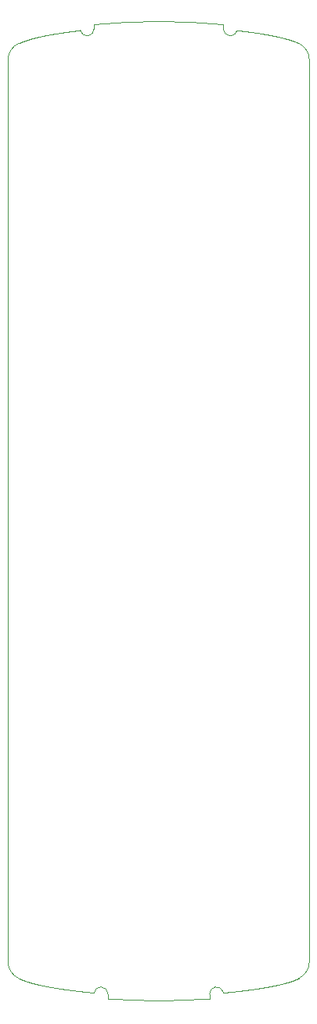
<source format=gm1>
G04*
G04 #@! TF.GenerationSoftware,Altium Limited,Altium Designer,21.9.2 (33)*
G04*
G04 Layer_Color=16711935*
%FSLAX25Y25*%
%MOIN*%
G70*
G04*
G04 #@! TF.SameCoordinates,38B2C1F3-0FCD-4184-AA18-E5AB633A714F*
G04*
G04*
G04 #@! TF.FilePolarity,Positive*
G04*
G01*
G75*
%ADD12C,0.00394*%
D12*
X861985Y607093D02*
G03*
X905292Y607093I21654J284573D01*
G01*
X911197Y1022003D02*
G03*
X856079Y1022003I-27559J-283094D01*
G01*
X947811Y1006937D02*
G03*
X943266Y1014073I-7874J0D01*
G01*
X943264Y615947D02*
G03*
X947811Y623084I-3327J7137D01*
G01*
X819465Y623084D02*
G03*
X824012Y615947I7874J0D01*
G01*
X824009Y1014073D02*
G03*
X819465Y1006937I3330J-7135D01*
G01*
X850238Y1019589D02*
G03*
X850274Y1019437I2935J624D01*
G01*
X850274D02*
G03*
X850334Y1019240I2869J767D01*
G01*
D02*
G03*
X853592Y1017286I2792J963D01*
G01*
D02*
G03*
X853740Y1017314I-476J2963D01*
G01*
X853740D02*
G03*
X853985Y1017377I-618J2908D01*
G01*
D02*
G03*
X856079Y1020202I-859J2825D01*
G01*
X911197Y1020202D02*
G03*
X911201Y1020047I3001J-0D01*
G01*
Y1020047D02*
G03*
X911219Y1019841I2966J154D01*
G01*
X911219Y1019841D02*
G03*
X913999Y1017253I2931J362D01*
G01*
D02*
G03*
X914150Y1017250I151J2998D01*
G01*
D02*
G03*
X914403Y1017260I0J2973D01*
G01*
D02*
G03*
X917038Y1019589I-253J2942D01*
G01*
X911153Y609823D02*
G03*
X911122Y609976I-2956J-519D01*
G01*
X911122D02*
G03*
X911069Y610175I-2895J-664D01*
G01*
X911069Y610175D02*
G03*
X907883Y612243I-2825J-863D01*
G01*
X907883D02*
G03*
X907734Y612221I370J-2978D01*
G01*
D02*
G03*
X907508Y612172I515J-2932D01*
G01*
Y612172D02*
G03*
X905292Y609317I736J-2860D01*
G01*
D02*
G03*
X905292Y609312I2993J-4D01*
G01*
X861985D02*
G03*
X861981Y609468I-3001J0D01*
G01*
D02*
G03*
X861963Y609674I-2966J-154D01*
G01*
X861963Y609674D02*
G03*
X859182Y612261I-2931J-362D01*
G01*
D02*
G03*
X859032Y612265I-151J-2998D01*
G01*
D02*
G03*
X858801Y612256I-0J-2977D01*
G01*
D02*
G03*
X856124Y609827I231J-2944D01*
G01*
X819465Y623084D02*
Y1006937D01*
X856079Y1020202D02*
Y1022003D01*
X861985Y607093D02*
Y609312D01*
X905292Y607093D02*
Y609312D01*
X911197Y1020202D02*
Y1022003D01*
X947811Y623084D02*
Y1006937D01*
X856124Y609823D02*
X856124Y609827D01*
X943227Y1014091D02*
X943266Y1014073D01*
X943189Y1014109D02*
X943227Y1014091D01*
X943150Y1014127D02*
X943189Y1014109D01*
X943111Y1014145D02*
X943150Y1014127D01*
X943072Y1014163D02*
X943111Y1014145D01*
X943032Y1014181D02*
X943072Y1014163D01*
X942992Y1014199D02*
X943032Y1014181D01*
X942978Y1014205D02*
X942992Y1014199D01*
X942896Y1014242D02*
X942978Y1014205D01*
X942821Y1014275D02*
X942896Y1014242D01*
X942749Y1014307D02*
X942821Y1014275D01*
X942682Y1014336D02*
X942749Y1014307D01*
X942616Y1014364D02*
X942682Y1014336D01*
X942554Y1014391D02*
X942616Y1014364D01*
X942493Y1014417D02*
X942554Y1014391D01*
X942435Y1014441D02*
X942493Y1014417D01*
X942378Y1014465D02*
X942435Y1014441D01*
X942322Y1014488D02*
X942378Y1014465D01*
X942268Y1014511D02*
X942322Y1014488D01*
X942215Y1014533D02*
X942268Y1014511D01*
X942163Y1014554D02*
X942215Y1014533D01*
X942112Y1014575D02*
X942163Y1014554D01*
X942062Y1014595D02*
X942112Y1014575D01*
X942013Y1014615D02*
X942062Y1014595D01*
X941992Y1014623D02*
X942013Y1014615D01*
X941941Y1014644D02*
X941992Y1014623D01*
X941891Y1014663D02*
X941941Y1014644D01*
X941842Y1014683D02*
X941891Y1014663D01*
X941793Y1014702D02*
X941842Y1014683D01*
X941746Y1014720D02*
X941793Y1014702D01*
X941699Y1014738D02*
X941746Y1014720D01*
X941654Y1014756D02*
X941699Y1014738D01*
X941608Y1014774D02*
X941654Y1014756D01*
X941562Y1014791D02*
X941608Y1014774D01*
X941518Y1014808D02*
X941562Y1014791D01*
X941474Y1014825D02*
X941518Y1014808D01*
X941430Y1014841D02*
X941474Y1014825D01*
X941388Y1014857D02*
X941430Y1014841D01*
X941345Y1014873D02*
X941388Y1014857D01*
X941303Y1014889D02*
X941345Y1014873D01*
X941261Y1014904D02*
X941303Y1014889D01*
X941220Y1014920D02*
X941261Y1014904D01*
X941179Y1014935D02*
X941220Y1014920D01*
X941137Y1014950D02*
X941179Y1014935D01*
X941096Y1014965D02*
X941137Y1014950D01*
X941056Y1014980D02*
X941096Y1014965D01*
X941016Y1014994D02*
X941056Y1014980D01*
X940976Y1015009D02*
X941016Y1014994D01*
X940936Y1015023D02*
X940976Y1015009D01*
X940904Y1015034D02*
X940936Y1015023D01*
X940834Y1015060D02*
X940904Y1015034D01*
X940766Y1015084D02*
X940834Y1015060D01*
X940699Y1015107D02*
X940766Y1015084D01*
X940635Y1015130D02*
X940699Y1015107D01*
X940571Y1015152D02*
X940635Y1015130D01*
X940508Y1015174D02*
X940571Y1015152D01*
X940447Y1015195D02*
X940508Y1015174D01*
X940387Y1015215D02*
X940447Y1015195D01*
X940327Y1015236D02*
X940387Y1015215D01*
X940268Y1015256D02*
X940327Y1015236D01*
X940211Y1015275D02*
X940268Y1015256D01*
X940154Y1015294D02*
X940211Y1015275D01*
X940096Y1015314D02*
X940154Y1015294D01*
X940040Y1015332D02*
X940096Y1015314D01*
X939984Y1015351D02*
X940040Y1015332D01*
X939929Y1015369D02*
X939984Y1015351D01*
X939874Y1015387D02*
X939929Y1015369D01*
X939819Y1015405D02*
X939874Y1015387D01*
X939764Y1015422D02*
X939819Y1015405D01*
X939710Y1015440D02*
X939764Y1015422D01*
X939680Y1015450D02*
X939710Y1015440D01*
X939612Y1015471D02*
X939680Y1015450D01*
X939545Y1015493D02*
X939612Y1015471D01*
X939477Y1015514D02*
X939545Y1015493D01*
X939409Y1015536D02*
X939477Y1015514D01*
X939341Y1015557D02*
X939409Y1015536D01*
X939272Y1015579D02*
X939341Y1015557D01*
X939202Y1015600D02*
X939272Y1015579D01*
X939132Y1015622D02*
X939202Y1015600D01*
X939062Y1015644D02*
X939132Y1015622D01*
X938990Y1015666D02*
X939062Y1015644D01*
X938917Y1015688D02*
X938990Y1015666D01*
X938844Y1015710D02*
X938917Y1015688D01*
X938770Y1015732D02*
X938844Y1015710D01*
X938696Y1015754D02*
X938770Y1015732D01*
X938622Y1015777D02*
X938696Y1015754D01*
X938547Y1015799D02*
X938622Y1015777D01*
X938471Y1015821D02*
X938547Y1015799D01*
X938395Y1015843D02*
X938471Y1015821D01*
X938318Y1015866D02*
X938395Y1015843D01*
X938289Y1015874D02*
X938318Y1015866D01*
X938204Y1015899D02*
X938289Y1015874D01*
X938120Y1015923D02*
X938204Y1015899D01*
X938036Y1015947D02*
X938120Y1015923D01*
X937949Y1015971D02*
X938036Y1015947D01*
X937862Y1015996D02*
X937949Y1015971D01*
X937774Y1016020D02*
X937862Y1015996D01*
X937686Y1016045D02*
X937774Y1016020D01*
X937596Y1016070D02*
X937686Y1016045D01*
X937504Y1016095D02*
X937596Y1016070D01*
X937413Y1016120D02*
X937504Y1016095D01*
X937320Y1016145D02*
X937413Y1016120D01*
X937227Y1016170D02*
X937320Y1016145D01*
X937132Y1016196D02*
X937227Y1016170D01*
X937036Y1016221D02*
X937132Y1016196D01*
X936940Y1016247D02*
X937036Y1016221D01*
X936842Y1016272D02*
X936940Y1016247D01*
X936743Y1016298D02*
X936842Y1016272D01*
X936714Y1016306D02*
X936743Y1016298D01*
X936627Y1016328D02*
X936714Y1016306D01*
X936541Y1016350D02*
X936627Y1016328D01*
X936455Y1016372D02*
X936541Y1016350D01*
X936368Y1016395D02*
X936455Y1016372D01*
X936279Y1016417D02*
X936368Y1016395D01*
X936189Y1016440D02*
X936279Y1016417D01*
X936099Y1016462D02*
X936189Y1016440D01*
X936008Y1016485D02*
X936099Y1016462D01*
X935917Y1016508D02*
X936008Y1016485D01*
X935825Y1016530D02*
X935917Y1016508D01*
X935733Y1016553D02*
X935825Y1016530D01*
X935640Y1016575D02*
X935733Y1016553D01*
X935547Y1016598D02*
X935640Y1016575D01*
X935453Y1016620D02*
X935547Y1016598D01*
X935359Y1016643D02*
X935453Y1016620D01*
X935262Y1016666D02*
X935359Y1016643D01*
X935164Y1016689D02*
X935262Y1016666D01*
X935066Y1016712D02*
X935164Y1016689D01*
X934968Y1016735D02*
X935066Y1016712D01*
X934947Y1016740D02*
X934968Y1016735D01*
X934858Y1016761D02*
X934947Y1016740D01*
X934769Y1016781D02*
X934858Y1016761D01*
X934680Y1016801D02*
X934769Y1016781D01*
X934591Y1016822D02*
X934680Y1016801D01*
X934501Y1016842D02*
X934591Y1016822D01*
X934411Y1016863D02*
X934501Y1016842D01*
X934320Y1016883D02*
X934411Y1016863D01*
X934229Y1016903D02*
X934320Y1016883D01*
X934138Y1016924D02*
X934229Y1016903D01*
X934045Y1016944D02*
X934138Y1016924D01*
X933955Y1016964D02*
X934045Y1016944D01*
X933864Y1016984D02*
X933955Y1016964D01*
X933772Y1017004D02*
X933864Y1016984D01*
X933680Y1017024D02*
X933772Y1017004D01*
X933588Y1017044D02*
X933680Y1017024D01*
X933495Y1017064D02*
X933588Y1017044D01*
X933402Y1017084D02*
X933495Y1017064D01*
X933308Y1017104D02*
X933402Y1017084D01*
X933214Y1017124D02*
X933308Y1017104D01*
X933119Y1017144D02*
X933214Y1017124D01*
X933024Y1017164D02*
X933119Y1017144D01*
X932976Y1017173D02*
X933024Y1017164D01*
X932856Y1017199D02*
X932976Y1017173D01*
X932740Y1017222D02*
X932856Y1017199D01*
X932626Y1017246D02*
X932740Y1017222D01*
X932516Y1017268D02*
X932626Y1017246D01*
X932407Y1017290D02*
X932516Y1017268D01*
X932300Y1017312D02*
X932407Y1017290D01*
X932194Y1017333D02*
X932300Y1017312D01*
X932090Y1017354D02*
X932194Y1017333D01*
X931985Y1017375D02*
X932090Y1017354D01*
X931882Y1017395D02*
X931985Y1017375D01*
X931781Y1017415D02*
X931882Y1017395D01*
X931681Y1017435D02*
X931781Y1017415D01*
X931581Y1017454D02*
X931681Y1017435D01*
X931482Y1017473D02*
X931581Y1017454D01*
X931383Y1017492D02*
X931482Y1017473D01*
X931285Y1017511D02*
X931383Y1017492D01*
X931190Y1017529D02*
X931285Y1017511D01*
X931094Y1017548D02*
X931190Y1017529D01*
X931000Y1017565D02*
X931094Y1017548D01*
X930905Y1017583D02*
X931000Y1017565D01*
X930810Y1017601D02*
X930905Y1017583D01*
X930777Y1017607D02*
X930810Y1017601D01*
X930632Y1017634D02*
X930777Y1017607D01*
X930493Y1017660D02*
X930632Y1017634D01*
X930361Y1017684D02*
X930493Y1017660D01*
X930231Y1017708D02*
X930361Y1017684D01*
X930104Y1017731D02*
X930231Y1017708D01*
X929980Y1017753D02*
X930104Y1017731D01*
X929858Y1017775D02*
X929980Y1017753D01*
X929741Y1017796D02*
X929858Y1017775D01*
X929625Y1017817D02*
X929741Y1017796D01*
X929510Y1017837D02*
X929625Y1017817D01*
X929398Y1017857D02*
X929510Y1017837D01*
X929288Y1017876D02*
X929398Y1017857D01*
X929176Y1017896D02*
X929288Y1017876D01*
X929067Y1017915D02*
X929176Y1017896D01*
X928959Y1017933D02*
X929067Y1017915D01*
X928854Y1017951D02*
X928959Y1017933D01*
X928748Y1017970D02*
X928854Y1017951D01*
X928644Y1017987D02*
X928748Y1017970D01*
X928539Y1018005D02*
X928644Y1017987D01*
X928436Y1018022D02*
X928539Y1018005D01*
X928333Y1018040D02*
X928436Y1018022D01*
X928291Y1018047D02*
X928333Y1018040D01*
X928131Y1018073D02*
X928291Y1018047D01*
X927974Y1018099D02*
X928131Y1018073D01*
X927820Y1018125D02*
X927974Y1018099D01*
X927664Y1018150D02*
X927820Y1018125D01*
X927509Y1018176D02*
X927664Y1018150D01*
X927354Y1018201D02*
X927509Y1018176D01*
X927200Y1018225D02*
X927354Y1018201D01*
X927044Y1018250D02*
X927200Y1018225D01*
X926888Y1018275D02*
X927044Y1018250D01*
X926733Y1018299D02*
X926888Y1018275D01*
X926577Y1018324D02*
X926733Y1018299D01*
X926420Y1018348D02*
X926577Y1018324D01*
X926265Y1018372D02*
X926420Y1018348D01*
X926108Y1018396D02*
X926265Y1018372D01*
X925951Y1018421D02*
X926108Y1018396D01*
X925795Y1018444D02*
X925951Y1018421D01*
X925638Y1018468D02*
X925795Y1018444D01*
X925480Y1018492D02*
X925638Y1018468D01*
X925437Y1018498D02*
X925480Y1018492D01*
X925330Y1018514D02*
X925437Y1018498D01*
X925222Y1018530D02*
X925330Y1018514D01*
X925111Y1018546D02*
X925222Y1018530D01*
X924999Y1018563D02*
X925111Y1018546D01*
X924883Y1018580D02*
X924999Y1018563D01*
X924764Y1018597D02*
X924883Y1018580D01*
X924641Y1018615D02*
X924764Y1018597D01*
X924514Y1018634D02*
X924641Y1018615D01*
X924384Y1018652D02*
X924514Y1018634D01*
X924249Y1018672D02*
X924384Y1018652D01*
X924111Y1018691D02*
X924249Y1018672D01*
X923969Y1018712D02*
X924111Y1018691D01*
X923822Y1018732D02*
X923969Y1018712D01*
X923672Y1018753D02*
X923822Y1018732D01*
X923514Y1018775D02*
X923672Y1018753D01*
X923353Y1018798D02*
X923514Y1018775D01*
X923183Y1018821D02*
X923353Y1018798D01*
X923006Y1018846D02*
X923183Y1018821D01*
X922822Y1018871D02*
X923006Y1018846D01*
X922629Y1018897D02*
X922822Y1018871D01*
X922425Y1018925D02*
X922629Y1018897D01*
X922213Y1018953D02*
X922425Y1018925D01*
X922185Y1018956D02*
X922213Y1018953D01*
X922058Y1018973D02*
X922185Y1018956D01*
X921934Y1018990D02*
X922058Y1018973D01*
X921806Y1019007D02*
X921934Y1018990D01*
X921677Y1019024D02*
X921806Y1019007D01*
X921545Y1019041D02*
X921677Y1019024D01*
X921408Y1019059D02*
X921545Y1019041D01*
X921271Y1019076D02*
X921408Y1019059D01*
X921130Y1019094D02*
X921271Y1019076D01*
X920985Y1019113D02*
X921130Y1019094D01*
X920840Y1019132D02*
X920985Y1019113D01*
X920690Y1019151D02*
X920840Y1019132D01*
X920536Y1019170D02*
X920690Y1019151D01*
X920378Y1019190D02*
X920536Y1019170D01*
X920216Y1019210D02*
X920378Y1019190D01*
X920050Y1019231D02*
X920216Y1019210D01*
X919880Y1019252D02*
X920050Y1019231D01*
X919705Y1019274D02*
X919880Y1019252D01*
X919526Y1019296D02*
X919705Y1019274D01*
X919342Y1019318D02*
X919526Y1019296D01*
X919154Y1019341D02*
X919342Y1019318D01*
X918958Y1019364D02*
X919154Y1019341D01*
X918758Y1019388D02*
X918958Y1019364D01*
X918598Y1019407D02*
X918758Y1019388D01*
X918459Y1019424D02*
X918598Y1019407D01*
X918319Y1019441D02*
X918459Y1019424D01*
X918174Y1019458D02*
X918319Y1019441D01*
X918027Y1019475D02*
X918174Y1019458D01*
X917876Y1019492D02*
X918027Y1019475D01*
X917721Y1019510D02*
X917876Y1019492D01*
X917563Y1019529D02*
X917721Y1019510D01*
X917400Y1019547D02*
X917563Y1019529D01*
X917232Y1019567D02*
X917400Y1019547D01*
X917059Y1019586D02*
X917232Y1019567D01*
X917038Y1019589D02*
X917059Y1019586D01*
X911153Y609823D02*
X911269Y609834D01*
X911387Y609846D01*
X911510Y609858D01*
X911639Y609870D01*
X911771Y609883D01*
X911911Y609897D01*
X912056Y609912D01*
X912208Y609927D01*
X912369Y609943D01*
X912540Y609960D01*
X912724Y609978D01*
X912919Y609998D01*
X913131Y610020D01*
X913365Y610044D01*
X913461Y610054D01*
X913871Y610096D01*
X914160Y610126D01*
X914398Y610151D01*
X914605Y610173D01*
X914792Y610193D01*
X914962Y610211D01*
X915120Y610228D01*
X915270Y610244D01*
X915412Y610260D01*
X915547Y610274D01*
X915674Y610288D01*
X915798Y610302D01*
X915916Y610315D01*
X916031Y610327D01*
X916141Y610340D01*
X916247Y610351D01*
X916333Y610361D01*
X916735Y610406D01*
X917050Y610441D01*
X917318Y610472D01*
X917554Y610499D01*
X917766Y610524D01*
X917961Y610546D01*
X918144Y610568D01*
X918315Y610588D01*
X918475Y610607D01*
X918629Y610625D01*
X918773Y610642D01*
X918912Y610659D01*
X919045Y610675D01*
X919158Y610689D01*
X919458Y610725D01*
X919715Y610757D01*
X919942Y610785D01*
X920150Y610811D01*
X920341Y610834D01*
X920519Y610857D01*
X920687Y610878D01*
X920842Y610898D01*
X920989Y610917D01*
X921131Y610935D01*
X921266Y610952D01*
X921395Y610969D01*
X921519Y610985D01*
X921637Y611001D01*
X921752Y611016D01*
X921816Y611024D01*
X921956Y611042D01*
X922094Y611061D01*
X922235Y611080D01*
X922377Y611098D01*
X922521Y611118D01*
X922666Y611137D01*
X922814Y611158D01*
X922965Y611178D01*
X923117Y611199D01*
X923274Y611221D01*
X923434Y611243D01*
X923598Y611266D01*
X923768Y611290D01*
X923942Y611314D01*
X924124Y611340D01*
X924240Y611357D01*
X924378Y611376D01*
X924516Y611396D01*
X924653Y611416D01*
X924792Y611436D01*
X924929Y611457D01*
X925069Y611477D01*
X925210Y611498D01*
X925350Y611519D01*
X925491Y611540D01*
X925634Y611561D01*
X925776Y611583D01*
X925920Y611605D01*
X926064Y611627D01*
X926211Y611649D01*
X926358Y611672D01*
X926456Y611687D01*
X926587Y611708D01*
X926718Y611728D01*
X926850Y611749D01*
X926984Y611770D01*
X927120Y611792D01*
X927259Y611814D01*
X927398Y611837D01*
X927541Y611860D01*
X927687Y611884D01*
X927835Y611908D01*
X927985Y611933D01*
X928141Y611958D01*
X928299Y611985D01*
X928463Y612012D01*
X928496Y612018D01*
X928604Y612036D01*
X928712Y612054D01*
X928818Y612073D01*
X928927Y612091D01*
X929037Y612110D01*
X929148Y612130D01*
X929261Y612149D01*
X929375Y612169D01*
X929491Y612190D01*
X929608Y612210D01*
X929726Y612231D01*
X929846Y612253D01*
X929967Y612275D01*
X930092Y612297D01*
X930218Y612320D01*
X930346Y612343D01*
X930392Y612352D01*
X930489Y612370D01*
X930584Y612387D01*
X930681Y612405D01*
X930779Y612423D01*
X930876Y612441D01*
X930975Y612460D01*
X931076Y612479D01*
X931178Y612499D01*
X931281Y612518D01*
X931386Y612538D01*
X931492Y612559D01*
X931600Y612580D01*
X931709Y612601D01*
X931819Y612623D01*
X931931Y612645D01*
X932046Y612667D01*
X932162Y612690D01*
X932173Y612693D01*
X932275Y612713D01*
X932375Y612733D01*
X932474Y612753D01*
X932574Y612774D01*
X932673Y612794D01*
X932772Y612814D01*
X932870Y612834D01*
X932968Y612855D01*
X933066Y612875D01*
X933164Y612896D01*
X933261Y612916D01*
X933360Y612937D01*
X933458Y612958D01*
X933556Y612979D01*
X933654Y613000D01*
X933751Y613021D01*
X933848Y613042D01*
X933860Y613045D01*
X933950Y613065D01*
X934038Y613084D01*
X934126Y613103D01*
X934214Y613123D01*
X934302Y613143D01*
X934389Y613162D01*
X934476Y613182D01*
X934563Y613202D01*
X934650Y613221D01*
X934736Y613241D01*
X934822Y613261D01*
X934908Y613281D01*
X934994Y613301D01*
X935079Y613320D01*
X935164Y613341D01*
X935249Y613361D01*
X935334Y613381D01*
X935418Y613401D01*
X935460Y613411D01*
X935579Y613440D01*
X935691Y613467D01*
X935796Y613492D01*
X935895Y613517D01*
X935990Y613540D01*
X936082Y613563D01*
X936168Y613584D01*
X936251Y613605D01*
X936331Y613625D01*
X936409Y613645D01*
X936483Y613664D01*
X936556Y613683D01*
X936626Y613701D01*
X936694Y613718D01*
X936760Y613735D01*
X936824Y613752D01*
X936887Y613769D01*
X936948Y613785D01*
X936967Y613790D01*
X937225Y613858D01*
X937399Y613905D01*
X937540Y613944D01*
X937659Y613977D01*
X937764Y614006D01*
X937858Y614032D01*
X937943Y614056D01*
X938023Y614078D01*
X938096Y614099D01*
X938165Y614119D01*
X938230Y614138D01*
X938291Y614155D01*
X938346Y614171D01*
X938426Y614194D01*
X938504Y614217D01*
X938583Y614240D01*
X938662Y614264D01*
X938743Y614288D01*
X938824Y614312D01*
X938906Y614337D01*
X938990Y614362D01*
X939074Y614388D01*
X939159Y614414D01*
X939247Y614442D01*
X939337Y614469D01*
X939429Y614498D01*
X939523Y614528D01*
X939555Y614538D01*
X939600Y614552D01*
X939644Y614567D01*
X939690Y614581D01*
X939736Y614596D01*
X939783Y614611D01*
X939831Y614627D01*
X939881Y614643D01*
X939932Y614660D01*
X939984Y614677D01*
X940039Y614695D01*
X940096Y614714D01*
X940156Y614734D01*
X940219Y614755D01*
X940286Y614777D01*
X940359Y614802D01*
X940440Y614830D01*
X940534Y614862D01*
X940610Y614888D01*
X940648Y614901D01*
X940685Y614914D01*
X940724Y614928D01*
X940763Y614942D01*
X940803Y614956D01*
X940844Y614970D01*
X940886Y614985D01*
X940929Y615000D01*
X940973Y615016D01*
X941019Y615033D01*
X941067Y615050D01*
X941116Y615068D01*
X941167Y615087D01*
X941221Y615106D01*
X941278Y615127D01*
X941339Y615150D01*
X941404Y615174D01*
X941475Y615200D01*
X941554Y615231D01*
X941561Y615233D01*
X941586Y615243D01*
X941612Y615252D01*
X941637Y615262D01*
X941664Y615272D01*
X941691Y615283D01*
X941718Y615293D01*
X941746Y615304D01*
X941774Y615315D01*
X941803Y615326D01*
X941833Y615338D01*
X941863Y615349D01*
X941894Y615362D01*
X941926Y615374D01*
X941958Y615387D01*
X941992Y615400D01*
X942026Y615414D01*
X942062Y615428D01*
X942099Y615443D01*
X942137Y615459D01*
X942177Y615475D01*
X942218Y615491D01*
X942262Y615509D01*
X942307Y615528D01*
X942356Y615548D01*
X942407Y615569D01*
X942452Y615588D01*
X942499Y615608D01*
X942545Y615627D01*
X942591Y615647D01*
X942636Y615666D01*
X942683Y615686D01*
X942729Y615707D01*
X942776Y615727D01*
X942822Y615747D01*
X942869Y615768D01*
X942916Y615789D01*
X942963Y615810D01*
X943010Y615831D01*
X943057Y615852D01*
X943105Y615874D01*
X943152Y615895D01*
X943200Y615917D01*
X943247Y615939D01*
X943264Y615947D01*
X824012Y615947D02*
X824075Y615918D01*
X824141Y615887D01*
X824210Y615856D01*
X824215Y615854D01*
X824259Y615834D01*
X824301Y615815D01*
X824343Y615796D01*
X824385Y615778D01*
X824426Y615759D01*
X824468Y615741D01*
X824508Y615723D01*
X824549Y615705D01*
X824589Y615688D01*
X824629Y615671D01*
X824668Y615654D01*
X824707Y615638D01*
X824746Y615621D01*
X824784Y615605D01*
X824823Y615589D01*
X824860Y615573D01*
X824898Y615557D01*
X824935Y615542D01*
X824972Y615527D01*
X825009Y615512D01*
X825045Y615496D01*
X825081Y615482D01*
X825103Y615473D01*
X825190Y615438D01*
X825259Y615411D01*
X825317Y615387D01*
X825370Y615367D01*
X825418Y615348D01*
X825462Y615330D01*
X825504Y615314D01*
X825543Y615299D01*
X825581Y615284D01*
X825617Y615271D01*
X825651Y615258D01*
X825684Y615245D01*
X825715Y615233D01*
X825746Y615221D01*
X825775Y615210D01*
X825804Y615199D01*
X825832Y615189D01*
X825860Y615178D01*
X825887Y615168D01*
X825914Y615158D01*
X825939Y615149D01*
X825964Y615139D01*
X825989Y615131D01*
X826013Y615121D01*
X826020Y615119D01*
X826114Y615084D01*
X826194Y615055D01*
X826266Y615030D01*
X826331Y615006D01*
X826392Y614985D01*
X826449Y614964D01*
X826504Y614945D01*
X826556Y614927D01*
X826606Y614909D01*
X826655Y614892D01*
X826701Y614876D01*
X826746Y614860D01*
X826790Y614845D01*
X826834Y614830D01*
X826876Y614816D01*
X826918Y614802D01*
X826959Y614788D01*
X826999Y614774D01*
X827019Y614768D01*
X827208Y614704D01*
X827320Y614668D01*
X827409Y614638D01*
X827487Y614613D01*
X827557Y614591D01*
X827622Y614570D01*
X827683Y614550D01*
X827741Y614532D01*
X827796Y614514D01*
X827849Y614498D01*
X827900Y614482D01*
X827950Y614466D01*
X827998Y614451D01*
X828045Y614436D01*
X828092Y614422D01*
X828137Y614408D01*
X828159Y614401D01*
X828226Y614381D01*
X828295Y614360D01*
X828368Y614338D01*
X828444Y614315D01*
X828526Y614290D01*
X828612Y614264D01*
X828704Y614237D01*
X828803Y614208D01*
X828910Y614177D01*
X829026Y614143D01*
X829153Y614107D01*
X829294Y614067D01*
X829452Y614022D01*
X829501Y614009D01*
X829559Y613993D01*
X829618Y613976D01*
X829679Y613959D01*
X829744Y613942D01*
X829812Y613923D01*
X829883Y613904D01*
X829959Y613883D01*
X830040Y613861D01*
X830127Y613838D01*
X830219Y613813D01*
X830320Y613787D01*
X830431Y613758D01*
X830557Y613725D01*
X830703Y613687D01*
X830879Y613642D01*
X831026Y613605D01*
X831093Y613588D01*
X831161Y613571D01*
X831230Y613554D01*
X831299Y613537D01*
X831371Y613519D01*
X831444Y613501D01*
X831517Y613483D01*
X831592Y613465D01*
X831670Y613446D01*
X831749Y613427D01*
X831828Y613408D01*
X831909Y613388D01*
X831992Y613369D01*
X832077Y613349D01*
X832164Y613328D01*
X832253Y613307D01*
X832344Y613286D01*
X832439Y613264D01*
X832536Y613242D01*
X832634Y613219D01*
X832680Y613209D01*
X832769Y613189D01*
X832858Y613169D01*
X832948Y613148D01*
X833037Y613129D01*
X833127Y613108D01*
X833219Y613088D01*
X833311Y613068D01*
X833403Y613048D01*
X833498Y613027D01*
X833593Y613007D01*
X833687Y612986D01*
X833784Y612965D01*
X833881Y612945D01*
X833979Y612924D01*
X834078Y612903D01*
X834178Y612882D01*
X834278Y612861D01*
X834380Y612840D01*
X834432Y612829D01*
X834544Y612806D01*
X834652Y612784D01*
X834759Y612762D01*
X834866Y612740D01*
X834971Y612719D01*
X835075Y612698D01*
X835178Y612678D01*
X835281Y612657D01*
X835382Y612637D01*
X835481Y612618D01*
X835581Y612598D01*
X835680Y612579D01*
X835778Y612560D01*
X835875Y612541D01*
X835973Y612523D01*
X836068Y612504D01*
X836164Y612486D01*
X836259Y612468D01*
X836274Y612465D01*
X836420Y612438D01*
X836557Y612412D01*
X836687Y612388D01*
X836811Y612365D01*
X836931Y612343D01*
X837047Y612322D01*
X837159Y612301D01*
X837268Y612282D01*
X837374Y612263D01*
X837478Y612244D01*
X837578Y612226D01*
X837677Y612209D01*
X837774Y612191D01*
X837870Y612175D01*
X837964Y612158D01*
X838056Y612142D01*
X838147Y612126D01*
X838226Y612113D01*
X838437Y612076D01*
X838625Y612044D01*
X838799Y612015D01*
X838963Y611987D01*
X839118Y611961D01*
X839265Y611937D01*
X839407Y611913D01*
X839544Y611891D01*
X839674Y611870D01*
X839802Y611849D01*
X839925Y611829D01*
X840048Y611809D01*
X840166Y611790D01*
X840283Y611772D01*
X840341Y611763D01*
X840472Y611742D01*
X840604Y611721D01*
X840739Y611700D01*
X840877Y611678D01*
X841018Y611657D01*
X841163Y611634D01*
X841311Y611612D01*
X841461Y611589D01*
X841616Y611565D01*
X841773Y611542D01*
X841934Y611518D01*
X842101Y611493D01*
X842271Y611468D01*
X842445Y611442D01*
X842622Y611416D01*
X842671Y611409D01*
X842800Y611390D01*
X842931Y611372D01*
X843064Y611353D01*
X843200Y611333D01*
X843338Y611314D01*
X843478Y611294D01*
X843621Y611274D01*
X843768Y611253D01*
X843916Y611233D01*
X844066Y611212D01*
X844220Y611191D01*
X844378Y611169D01*
X844538Y611147D01*
X844703Y611125D01*
X844870Y611102D01*
X845041Y611080D01*
X845216Y611056D01*
X845218Y611056D01*
X845338Y611040D01*
X845458Y611024D01*
X845584Y611008D01*
X845713Y610991D01*
X845845Y610974D01*
X845982Y610956D01*
X846124Y610938D01*
X846271Y610919D01*
X846424Y610899D01*
X846583Y610879D01*
X846748Y610858D01*
X846922Y610836D01*
X847105Y610813D01*
X847299Y610789D01*
X847506Y610763D01*
X847725Y610737D01*
X847961Y610708D01*
X848111Y610689D01*
X848261Y610671D01*
X848417Y610653D01*
X848579Y610633D01*
X848747Y610613D01*
X848925Y610592D01*
X849111Y610570D01*
X849306Y610547D01*
X849510Y610524D01*
X849729Y610498D01*
X849963Y610471D01*
X850218Y610442D01*
X850497Y610411D01*
X850811Y610376D01*
X850834Y610373D01*
X850960Y610359D01*
X851085Y610345D01*
X851213Y610331D01*
X851345Y610317D01*
X851482Y610301D01*
X851625Y610286D01*
X851771Y610270D01*
X851923Y610253D01*
X852083Y610236D01*
X852253Y610218D01*
X852431Y610199D01*
X852620Y610179D01*
X852824Y610157D01*
X853045Y610134D01*
X853292Y610108D01*
X853574Y610079D01*
X853747Y610061D01*
X853975Y610037D01*
X854189Y610015D01*
X854389Y609995D01*
X854578Y609976D01*
X854759Y609958D01*
X854930Y609941D01*
X855094Y609924D01*
X855252Y609908D01*
X855404Y609894D01*
X855550Y609879D01*
X855692Y609865D01*
X855829Y609852D01*
X855961Y609839D01*
X856091Y609826D01*
X856124Y609823D01*
X850065Y1019569D02*
X850238Y1019589D01*
X849896Y1019550D02*
X850065Y1019569D01*
X849731Y1019531D02*
X849896Y1019550D01*
X849570Y1019512D02*
X849731Y1019531D01*
X849411Y1019494D02*
X849570Y1019512D01*
X849256Y1019476D02*
X849411Y1019494D01*
X849103Y1019458D02*
X849256Y1019476D01*
X848954Y1019440D02*
X849103Y1019458D01*
X848948Y1019439D02*
X848954Y1019440D01*
X848752Y1019416D02*
X848948Y1019439D01*
X848564Y1019394D02*
X848752Y1019416D01*
X848376Y1019371D02*
X848564Y1019394D01*
X848193Y1019349D02*
X848376Y1019371D01*
X848014Y1019328D02*
X848193Y1019349D01*
X847839Y1019306D02*
X848014Y1019328D01*
X847668Y1019286D02*
X847839Y1019306D01*
X847502Y1019265D02*
X847668Y1019286D01*
X847336Y1019245D02*
X847502Y1019265D01*
X847174Y1019225D02*
X847336Y1019245D01*
X847016Y1019205D02*
X847174Y1019225D01*
X846859Y1019185D02*
X847016Y1019205D01*
X846706Y1019166D02*
X846859Y1019185D01*
X846556Y1019147D02*
X846706Y1019166D01*
X846407Y1019128D02*
X846556Y1019147D01*
X846262Y1019110D02*
X846407Y1019128D01*
X846118Y1019091D02*
X846262Y1019110D01*
X845977Y1019073D02*
X846118Y1019091D01*
X845837Y1019055D02*
X845977Y1019073D01*
X845701Y1019037D02*
X845837Y1019055D01*
X845566Y1019019D02*
X845701Y1019037D01*
X845509Y1019012D02*
X845566Y1019019D01*
X845322Y1018987D02*
X845509Y1019012D01*
X845142Y1018963D02*
X845322Y1018987D01*
X844969Y1018940D02*
X845142Y1018963D01*
X844800Y1018918D02*
X844969Y1018940D01*
X844636Y1018896D02*
X844800Y1018918D01*
X844475Y1018874D02*
X844636Y1018896D01*
X844319Y1018852D02*
X844475Y1018874D01*
X844166Y1018831D02*
X844319Y1018852D01*
X844017Y1018811D02*
X844166Y1018831D01*
X843872Y1018791D02*
X844017Y1018811D01*
X843731Y1018771D02*
X843872Y1018791D01*
X843594Y1018752D02*
X843731Y1018771D01*
X843460Y1018733D02*
X843594Y1018752D01*
X843330Y1018715D02*
X843460Y1018733D01*
X843201Y1018697D02*
X843330Y1018715D01*
X843075Y1018679D02*
X843201Y1018697D01*
X842953Y1018661D02*
X843075Y1018679D01*
X842831Y1018644D02*
X842953Y1018661D01*
X842713Y1018627D02*
X842831Y1018644D01*
X842599Y1018610D02*
X842713Y1018627D01*
X842484Y1018593D02*
X842599Y1018610D01*
X842374Y1018577D02*
X842484Y1018593D01*
X842365Y1018576D02*
X842374Y1018577D01*
X842193Y1018551D02*
X842365Y1018576D01*
X842027Y1018526D02*
X842193Y1018551D01*
X841863Y1018502D02*
X842027Y1018526D01*
X841700Y1018477D02*
X841863Y1018502D01*
X841538Y1018453D02*
X841700Y1018477D01*
X841377Y1018428D02*
X841538Y1018453D01*
X841220Y1018404D02*
X841377Y1018428D01*
X841064Y1018380D02*
X841220Y1018404D01*
X840909Y1018357D02*
X841064Y1018380D01*
X840755Y1018332D02*
X840909Y1018357D01*
X840602Y1018309D02*
X840755Y1018332D01*
X840452Y1018285D02*
X840602Y1018309D01*
X840304Y1018262D02*
X840452Y1018285D01*
X840157Y1018238D02*
X840304Y1018262D01*
X840010Y1018215D02*
X840157Y1018238D01*
X839868Y1018192D02*
X840010Y1018215D01*
X839726Y1018169D02*
X839868Y1018192D01*
X839585Y1018146D02*
X839726Y1018169D01*
X839553Y1018141D02*
X839585Y1018146D01*
X839440Y1018122D02*
X839553Y1018141D01*
X839327Y1018104D02*
X839440Y1018122D01*
X839215Y1018085D02*
X839327Y1018104D01*
X839101Y1018066D02*
X839215Y1018085D01*
X838987Y1018047D02*
X839101Y1018066D01*
X838871Y1018028D02*
X838987Y1018047D01*
X838756Y1018008D02*
X838871Y1018028D01*
X838640Y1017988D02*
X838756Y1018008D01*
X838521Y1017968D02*
X838640Y1017988D01*
X838403Y1017948D02*
X838521Y1017968D01*
X838283Y1017927D02*
X838403Y1017948D01*
X838161Y1017906D02*
X838283Y1017927D01*
X838038Y1017885D02*
X838161Y1017906D01*
X837913Y1017863D02*
X838038Y1017885D01*
X837786Y1017841D02*
X837913Y1017863D01*
X837658Y1017818D02*
X837786Y1017841D01*
X837527Y1017795D02*
X837658Y1017818D01*
X837396Y1017771D02*
X837527Y1017795D01*
X837260Y1017747D02*
X837396Y1017771D01*
X837123Y1017722D02*
X837260Y1017747D01*
X837062Y1017711D02*
X837123Y1017722D01*
X836959Y1017692D02*
X837062Y1017711D01*
X836858Y1017674D02*
X836959Y1017692D01*
X836759Y1017655D02*
X836858Y1017674D01*
X836657Y1017637D02*
X836759Y1017655D01*
X836556Y1017618D02*
X836657Y1017637D01*
X836455Y1017599D02*
X836556Y1017618D01*
X836353Y1017580D02*
X836455Y1017599D01*
X836251Y1017561D02*
X836353Y1017580D01*
X836149Y1017541D02*
X836251Y1017561D01*
X836046Y1017522D02*
X836149Y1017541D01*
X835943Y1017502D02*
X836046Y1017522D01*
X835839Y1017482D02*
X835943Y1017502D01*
X835735Y1017462D02*
X835839Y1017482D01*
X835629Y1017441D02*
X835735Y1017462D01*
X835524Y1017421D02*
X835629Y1017441D01*
X835418Y1017400D02*
X835524Y1017421D01*
X835309Y1017379D02*
X835418Y1017400D01*
X835202Y1017357D02*
X835309Y1017379D01*
X835092Y1017335D02*
X835202Y1017357D01*
X834982Y1017313D02*
X835092Y1017335D01*
X834871Y1017291D02*
X834982Y1017313D01*
X834835Y1017284D02*
X834871Y1017291D01*
X834736Y1017264D02*
X834835Y1017284D01*
X834640Y1017244D02*
X834736Y1017264D01*
X834544Y1017224D02*
X834640Y1017244D01*
X834449Y1017204D02*
X834544Y1017224D01*
X834354Y1017185D02*
X834449Y1017204D01*
X834257Y1017165D02*
X834354Y1017185D01*
X834161Y1017144D02*
X834257Y1017165D01*
X834065Y1017124D02*
X834161Y1017144D01*
X833970Y1017104D02*
X834065Y1017124D01*
X833875Y1017084D02*
X833970Y1017104D01*
X833780Y1017064D02*
X833875Y1017084D01*
X833685Y1017043D02*
X833780Y1017064D01*
X833589Y1017023D02*
X833685Y1017043D01*
X833494Y1017002D02*
X833589Y1017023D01*
X833400Y1016981D02*
X833494Y1017002D01*
X833305Y1016961D02*
X833400Y1016981D01*
X833210Y1016940D02*
X833305Y1016961D01*
X833115Y1016919D02*
X833210Y1016940D01*
X833020Y1016897D02*
X833115Y1016919D01*
X832926Y1016876D02*
X833020Y1016897D01*
X832833Y1016855D02*
X832926Y1016876D01*
X832829Y1016854D02*
X832833Y1016855D01*
X832732Y1016833D02*
X832829Y1016854D01*
X832639Y1016811D02*
X832732Y1016833D01*
X832547Y1016790D02*
X832639Y1016811D01*
X832455Y1016769D02*
X832547Y1016790D01*
X832364Y1016748D02*
X832455Y1016769D01*
X832273Y1016727D02*
X832364Y1016748D01*
X832182Y1016706D02*
X832273Y1016727D01*
X832092Y1016685D02*
X832182Y1016706D01*
X832003Y1016663D02*
X832092Y1016685D01*
X831914Y1016642D02*
X832003Y1016663D01*
X831827Y1016621D02*
X831914Y1016642D01*
X831741Y1016601D02*
X831827Y1016621D01*
X831655Y1016580D02*
X831741Y1016601D01*
X831569Y1016559D02*
X831655Y1016580D01*
X831484Y1016538D02*
X831569Y1016559D01*
X831400Y1016518D02*
X831484Y1016538D01*
X831315Y1016497D02*
X831400Y1016518D01*
X831232Y1016476D02*
X831315Y1016497D01*
X831148Y1016455D02*
X831232Y1016476D01*
X831065Y1016434D02*
X831148Y1016455D01*
X831017Y1016422D02*
X831065Y1016434D01*
X830913Y1016396D02*
X831017Y1016422D01*
X830812Y1016370D02*
X830913Y1016396D01*
X830713Y1016345D02*
X830812Y1016370D01*
X830613Y1016319D02*
X830713Y1016345D01*
X830515Y1016294D02*
X830613Y1016319D01*
X830417Y1016268D02*
X830515Y1016294D01*
X830320Y1016242D02*
X830417Y1016268D01*
X830225Y1016217D02*
X830320Y1016242D01*
X830130Y1016192D02*
X830225Y1016217D01*
X830037Y1016167D02*
X830130Y1016192D01*
X829943Y1016142D02*
X830037Y1016167D01*
X829851Y1016117D02*
X829943Y1016142D01*
X829759Y1016091D02*
X829851Y1016117D01*
X829669Y1016067D02*
X829759Y1016091D01*
X829580Y1016042D02*
X829669Y1016067D01*
X829491Y1016017D02*
X829580Y1016042D01*
X829403Y1015993D02*
X829491Y1016017D01*
X829389Y1015989D02*
X829403Y1015993D01*
X829306Y1015965D02*
X829389Y1015989D01*
X829226Y1015942D02*
X829306Y1015965D01*
X829145Y1015919D02*
X829226Y1015942D01*
X829065Y1015897D02*
X829145Y1015919D01*
X828988Y1015874D02*
X829065Y1015897D01*
X828910Y1015852D02*
X828988Y1015874D01*
X828833Y1015829D02*
X828910Y1015852D01*
X828757Y1015807D02*
X828833Y1015829D01*
X828682Y1015785D02*
X828757Y1015807D01*
X828608Y1015763D02*
X828682Y1015785D01*
X828535Y1015741D02*
X828608Y1015763D01*
X828461Y1015719D02*
X828535Y1015741D01*
X828389Y1015697D02*
X828461Y1015719D01*
X828318Y1015675D02*
X828389Y1015697D01*
X828247Y1015654D02*
X828318Y1015675D01*
X828177Y1015633D02*
X828247Y1015654D01*
X828107Y1015611D02*
X828177Y1015633D01*
X828038Y1015590D02*
X828107Y1015611D01*
X827971Y1015569D02*
X828038Y1015590D01*
X827937Y1015558D02*
X827971Y1015569D01*
X827874Y1015538D02*
X827937Y1015558D01*
X827813Y1015519D02*
X827874Y1015538D01*
X827752Y1015500D02*
X827813Y1015519D01*
X827691Y1015480D02*
X827752Y1015500D01*
X827629Y1015460D02*
X827691Y1015480D01*
X827568Y1015441D02*
X827629Y1015460D01*
X827507Y1015421D02*
X827568Y1015441D01*
X827445Y1015401D02*
X827507Y1015421D01*
X827384Y1015381D02*
X827445Y1015401D01*
X827321Y1015360D02*
X827384Y1015381D01*
X827260Y1015340D02*
X827321Y1015360D01*
X827197Y1015319D02*
X827260Y1015340D01*
X827135Y1015298D02*
X827197Y1015319D01*
X827073Y1015277D02*
X827135Y1015298D01*
X827010Y1015256D02*
X827073Y1015277D01*
X826946Y1015235D02*
X827010Y1015256D01*
X826882Y1015213D02*
X826946Y1015235D01*
X826818Y1015191D02*
X826882Y1015213D01*
X826754Y1015169D02*
X826818Y1015191D01*
X826690Y1015147D02*
X826754Y1015169D01*
X826650Y1015133D02*
X826690Y1015147D01*
X826606Y1015117D02*
X826650Y1015133D01*
X826563Y1015102D02*
X826606Y1015117D01*
X826520Y1015087D02*
X826563Y1015102D01*
X826477Y1015072D02*
X826520Y1015087D01*
X826434Y1015057D02*
X826477Y1015072D01*
X826390Y1015041D02*
X826434Y1015057D01*
X826347Y1015026D02*
X826390Y1015041D01*
X826303Y1015010D02*
X826347Y1015026D01*
X826259Y1014994D02*
X826303Y1015010D01*
X826215Y1014978D02*
X826259Y1014994D01*
X826171Y1014962D02*
X826215Y1014978D01*
X826126Y1014945D02*
X826171Y1014962D01*
X826081Y1014929D02*
X826126Y1014945D01*
X826037Y1014913D02*
X826081Y1014929D01*
X825991Y1014896D02*
X826037Y1014913D01*
X825946Y1014879D02*
X825991Y1014896D01*
X825900Y1014862D02*
X825946Y1014879D01*
X825854Y1014844D02*
X825900Y1014862D01*
X825808Y1014827D02*
X825854Y1014844D01*
X825761Y1014809D02*
X825808Y1014827D01*
X825715Y1014792D02*
X825761Y1014809D01*
X825668Y1014773D02*
X825715Y1014792D01*
X825619Y1014755D02*
X825668Y1014773D01*
X825572Y1014736D02*
X825619Y1014755D01*
X825523Y1014717D02*
X825572Y1014736D01*
X825506Y1014711D02*
X825523Y1014717D01*
X825456Y1014691D02*
X825506Y1014711D01*
X825406Y1014672D02*
X825456Y1014691D01*
X825356Y1014652D02*
X825406Y1014672D01*
X825306Y1014632D02*
X825356Y1014652D01*
X825256Y1014612D02*
X825306Y1014632D01*
X825204Y1014591D02*
X825256Y1014612D01*
X825152Y1014570D02*
X825204Y1014591D01*
X825100Y1014549D02*
X825152Y1014570D01*
X825047Y1014527D02*
X825100Y1014549D01*
X824994Y1014505D02*
X825047Y1014527D01*
X824939Y1014482D02*
X824994Y1014505D01*
X824884Y1014459D02*
X824939Y1014482D01*
X824829Y1014436D02*
X824884Y1014459D01*
X824771Y1014412D02*
X824829Y1014436D01*
X824713Y1014387D02*
X824771Y1014412D01*
X824653Y1014361D02*
X824713Y1014387D01*
X824593Y1014335D02*
X824653Y1014361D01*
X824531Y1014308D02*
X824593Y1014335D01*
X824480Y1014286D02*
X824531Y1014308D01*
X824434Y1014266D02*
X824480Y1014286D01*
X824389Y1014246D02*
X824434Y1014266D01*
X824345Y1014226D02*
X824389Y1014246D01*
X824300Y1014206D02*
X824345Y1014226D01*
X824255Y1014186D02*
X824300Y1014206D01*
X824211Y1014166D02*
X824255Y1014186D01*
X824167Y1014146D02*
X824211Y1014166D01*
X824123Y1014126D02*
X824167Y1014146D01*
X824080Y1014106D02*
X824123Y1014126D01*
X824036Y1014085D02*
X824080Y1014106D01*
X824009Y1014073D02*
X824036Y1014085D01*
M02*

</source>
